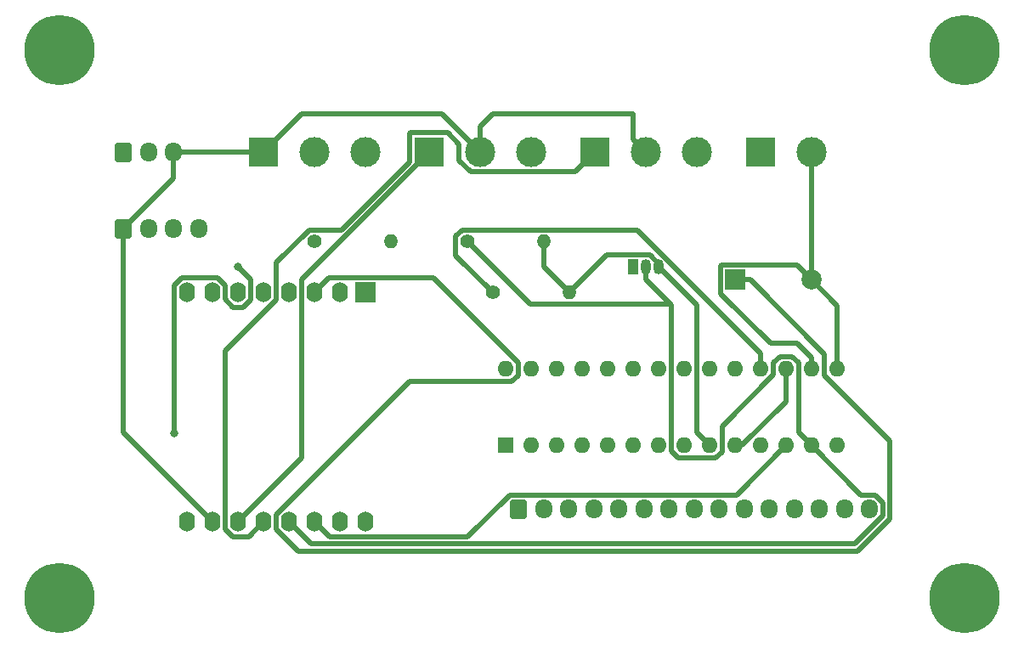
<source format=gbr>
%TF.GenerationSoftware,KiCad,Pcbnew,(5.1.7)-1*%
%TF.CreationDate,2021-05-08T17:47:48+02:00*%
%TF.ProjectId,tankwaechter,74616e6b-7761-4656-9368-7465722e6b69,rev?*%
%TF.SameCoordinates,Original*%
%TF.FileFunction,Copper,L2,Bot*%
%TF.FilePolarity,Positive*%
%FSLAX46Y46*%
G04 Gerber Fmt 4.6, Leading zero omitted, Abs format (unit mm)*
G04 Created by KiCad (PCBNEW (5.1.7)-1) date 2021-05-08 17:47:48*
%MOMM*%
%LPD*%
G01*
G04 APERTURE LIST*
%TA.AperFunction,ComponentPad*%
%ADD10O,1.600000X1.600000*%
%TD*%
%TA.AperFunction,ComponentPad*%
%ADD11R,1.600000X1.600000*%
%TD*%
%TA.AperFunction,ComponentPad*%
%ADD12O,1.400000X1.400000*%
%TD*%
%TA.AperFunction,ComponentPad*%
%ADD13C,1.400000*%
%TD*%
%TA.AperFunction,ComponentPad*%
%ADD14C,3.000000*%
%TD*%
%TA.AperFunction,ComponentPad*%
%ADD15R,3.000000X3.000000*%
%TD*%
%TA.AperFunction,ComponentPad*%
%ADD16O,1.700000X1.950000*%
%TD*%
%TA.AperFunction,ComponentPad*%
%ADD17C,2.000000*%
%TD*%
%TA.AperFunction,ComponentPad*%
%ADD18R,2.000000X2.000000*%
%TD*%
%TA.AperFunction,ComponentPad*%
%ADD19R,1.050000X1.500000*%
%TD*%
%TA.AperFunction,ComponentPad*%
%ADD20O,1.050000X1.500000*%
%TD*%
%TA.AperFunction,ComponentPad*%
%ADD21O,1.600000X2.000000*%
%TD*%
%TA.AperFunction,ViaPad*%
%ADD22C,5.500000*%
%TD*%
%TA.AperFunction,ViaPad*%
%ADD23C,7.000000*%
%TD*%
%TA.AperFunction,ViaPad*%
%ADD24C,0.800000*%
%TD*%
%TA.AperFunction,Conductor*%
%ADD25C,0.500000*%
%TD*%
G04 APERTURE END LIST*
D10*
%TO.P,MCP23017,28*%
%TO.N,Net-(J6-Pad15)*%
X62230000Y-166370000D03*
%TO.P,MCP23017,14*%
%TO.N,Net-(MCP23017-Pad14)*%
X95250000Y-173990000D03*
%TO.P,MCP23017,27*%
%TO.N,Net-(J6-Pad14)*%
X64770000Y-166370000D03*
%TO.P,MCP23017,13*%
%TO.N,/SDA*%
X92710000Y-173990000D03*
%TO.P,MCP23017,26*%
%TO.N,Net-(J6-Pad13)*%
X67310000Y-166370000D03*
%TO.P,MCP23017,12*%
%TO.N,/SCL*%
X90170000Y-173990000D03*
%TO.P,MCP23017,25*%
%TO.N,Net-(J6-Pad12)*%
X69850000Y-166370000D03*
%TO.P,MCP23017,11*%
%TO.N,Net-(MCP23017-Pad11)*%
X87630000Y-173990000D03*
%TO.P,MCP23017,24*%
%TO.N,Net-(J6-Pad11)*%
X72390000Y-166370000D03*
%TO.P,MCP23017,10*%
%TO.N,/GND*%
X85090000Y-173990000D03*
%TO.P,MCP23017,23*%
%TO.N,Net-(J6-Pad10)*%
X74930000Y-166370000D03*
%TO.P,MCP23017,9*%
%TO.N,/3\u002C3V*%
X82550000Y-173990000D03*
%TO.P,MCP23017,22*%
%TO.N,Net-(J6-Pad9)*%
X77470000Y-166370000D03*
%TO.P,MCP23017,8*%
%TO.N,Net-(J6-Pad7)*%
X80010000Y-173990000D03*
%TO.P,MCP23017,21*%
%TO.N,Net-(J6-Pad8)*%
X80010000Y-166370000D03*
%TO.P,MCP23017,7*%
%TO.N,Net-(J6-Pad6)*%
X77470000Y-173990000D03*
%TO.P,MCP23017,20*%
%TO.N,Net-(MCP23017-Pad20)*%
X82550000Y-166370000D03*
%TO.P,MCP23017,6*%
%TO.N,Net-(J6-Pad5)*%
X74930000Y-173990000D03*
%TO.P,MCP23017,19*%
%TO.N,Net-(MCP23017-Pad19)*%
X85090000Y-166370000D03*
%TO.P,MCP23017,5*%
%TO.N,Net-(J6-Pad4)*%
X72390000Y-173990000D03*
%TO.P,MCP23017,18*%
%TO.N,Net-(MCP23017-Pad18)*%
X87630000Y-166370000D03*
%TO.P,MCP23017,4*%
%TO.N,Net-(J6-Pad3)*%
X69850000Y-173990000D03*
%TO.P,MCP23017,17*%
%TO.N,/GND*%
X90170000Y-166370000D03*
%TO.P,MCP23017,3*%
%TO.N,Net-(J6-Pad2)*%
X67310000Y-173990000D03*
%TO.P,MCP23017,16*%
%TO.N,/GND*%
X92710000Y-166370000D03*
%TO.P,MCP23017,2*%
%TO.N,Net-(J6-Pad1)*%
X64770000Y-173990000D03*
%TO.P,MCP23017,15*%
%TO.N,/GND*%
X95250000Y-166370000D03*
D11*
%TO.P,MCP23017,1*%
%TO.N,Net-(MCP23017-Pad1)*%
X62230000Y-173990000D03*
%TD*%
D12*
%TO.P,R3,2*%
%TO.N,/3\u002C3V*%
X68580000Y-158750000D03*
D13*
%TO.P,R3,1*%
%TO.N,Net-(MCP23017-Pad18)*%
X60960000Y-158750000D03*
%TD*%
D12*
%TO.P,R2,2*%
%TO.N,/3\u002C3V*%
X66040000Y-153670000D03*
D13*
%TO.P,R2,1*%
%TO.N,/SDA*%
X58420000Y-153670000D03*
%TD*%
D12*
%TO.P,R1,2*%
%TO.N,/3\u002C3V*%
X50800000Y-153670000D03*
D13*
%TO.P,R1,1*%
%TO.N,/SDA*%
X43180000Y-153670000D03*
%TD*%
D14*
%TO.P,Taster1,2*%
%TO.N,/GND*%
X92710000Y-144780000D03*
D15*
%TO.P,Taster1,1*%
%TO.N,Net-(MCP23017-Pad1)*%
X87630000Y-144780000D03*
%TD*%
D16*
%TO.P,J6,15*%
%TO.N,Net-(J6-Pad15)*%
X98500000Y-180340000D03*
%TO.P,J6,14*%
%TO.N,Net-(J6-Pad14)*%
X96000000Y-180340000D03*
%TO.P,J6,13*%
%TO.N,Net-(J6-Pad13)*%
X93500000Y-180340000D03*
%TO.P,J6,12*%
%TO.N,Net-(J6-Pad12)*%
X91000000Y-180340000D03*
%TO.P,J6,11*%
%TO.N,Net-(J6-Pad11)*%
X88500000Y-180340000D03*
%TO.P,J6,10*%
%TO.N,Net-(J6-Pad10)*%
X86000000Y-180340000D03*
%TO.P,J6,9*%
%TO.N,Net-(J6-Pad9)*%
X83500000Y-180340000D03*
%TO.P,J6,8*%
%TO.N,Net-(J6-Pad8)*%
X81000000Y-180340000D03*
%TO.P,J6,7*%
%TO.N,Net-(J6-Pad7)*%
X78500000Y-180340000D03*
%TO.P,J6,6*%
%TO.N,Net-(J6-Pad6)*%
X76000000Y-180340000D03*
%TO.P,J6,5*%
%TO.N,Net-(J6-Pad5)*%
X73500000Y-180340000D03*
%TO.P,J6,4*%
%TO.N,Net-(J6-Pad4)*%
X71000000Y-180340000D03*
%TO.P,J6,3*%
%TO.N,Net-(J6-Pad3)*%
X68500000Y-180340000D03*
%TO.P,J6,2*%
%TO.N,Net-(J6-Pad2)*%
X66000000Y-180340000D03*
%TO.P,J6,1*%
%TO.N,Net-(J6-Pad1)*%
%TA.AperFunction,ComponentPad*%
G36*
G01*
X62650000Y-181065000D02*
X62650000Y-179615000D01*
G75*
G02*
X62900000Y-179365000I250000J0D01*
G01*
X64100000Y-179365000D01*
G75*
G02*
X64350000Y-179615000I0J-250000D01*
G01*
X64350000Y-181065000D01*
G75*
G02*
X64100000Y-181315000I-250000J0D01*
G01*
X62900000Y-181315000D01*
G75*
G02*
X62650000Y-181065000I0J250000D01*
G01*
G37*
%TD.AperFunction*%
%TD*%
%TO.P,Spannungsmessung1,3*%
%TO.N,/GND*%
X29130000Y-144780000D03*
%TO.P,Spannungsmessung1,2*%
%TO.N,/5V*%
X26630000Y-144780000D03*
%TO.P,Spannungsmessung1,1*%
%TO.N,/A0*%
%TA.AperFunction,ComponentPad*%
G36*
G01*
X23280000Y-145505000D02*
X23280000Y-144055000D01*
G75*
G02*
X23530000Y-143805000I250000J0D01*
G01*
X24730000Y-143805000D01*
G75*
G02*
X24980000Y-144055000I0J-250000D01*
G01*
X24980000Y-145505000D01*
G75*
G02*
X24730000Y-145755000I-250000J0D01*
G01*
X23530000Y-145755000D01*
G75*
G02*
X23280000Y-145505000I0J250000D01*
G01*
G37*
%TD.AperFunction*%
%TD*%
%TO.P,Display1,4*%
%TO.N,/SCL*%
X31630000Y-152400000D03*
%TO.P,Display1,3*%
%TO.N,/SDA*%
X29130000Y-152400000D03*
%TO.P,Display1,2*%
%TO.N,/5V*%
X26630000Y-152400000D03*
%TO.P,Display1,1*%
%TO.N,/GND*%
%TA.AperFunction,ComponentPad*%
G36*
G01*
X23280000Y-153125000D02*
X23280000Y-151675000D01*
G75*
G02*
X23530000Y-151425000I250000J0D01*
G01*
X24730000Y-151425000D01*
G75*
G02*
X24980000Y-151675000I0J-250000D01*
G01*
X24980000Y-153125000D01*
G75*
G02*
X24730000Y-153375000I-250000J0D01*
G01*
X23530000Y-153375000D01*
G75*
G02*
X23280000Y-153125000I0J250000D01*
G01*
G37*
%TD.AperFunction*%
%TD*%
D14*
%TO.P,Kuehlen1,3*%
%TO.N,/3\u002C3V*%
X81280000Y-144780000D03*
%TO.P,Kuehlen1,2*%
%TO.N,/GND*%
X76200000Y-144780000D03*
D15*
%TO.P,Kuehlen1,1*%
%TO.N,/D3*%
X71120000Y-144780000D03*
%TD*%
D14*
%TO.P,Spuelen1,3*%
%TO.N,/3\u002C3V*%
X64770000Y-144780000D03*
%TO.P,Spuelen1,2*%
%TO.N,/GND*%
X59690000Y-144780000D03*
D15*
%TO.P,Spuelen1,1*%
%TO.N,/D4*%
X54610000Y-144780000D03*
%TD*%
D14*
%TO.P,MilchTemp1,3*%
%TO.N,/3\u002C3V*%
X48260000Y-144780000D03*
%TO.P,MilchTemp1,2*%
%TO.N,/SDA*%
X43180000Y-144780000D03*
D15*
%TO.P,MilchTemp1,1*%
%TO.N,/GND*%
X38100000Y-144780000D03*
%TD*%
D17*
%TO.P,Piezo1,2*%
%TO.N,/GND*%
X92690000Y-157480000D03*
D18*
%TO.P,Piezo1,1*%
%TO.N,Net-(Piezo1-Pad1)*%
X85090000Y-157480000D03*
%TD*%
D19*
%TO.P,DS18B20,1*%
%TO.N,/GND*%
X74930000Y-156210000D03*
D20*
%TO.P,DS18B20,3*%
%TO.N,/3\u002C3V*%
X77470000Y-156210000D03*
%TO.P,DS18B20,2*%
%TO.N,/SDA*%
X76200000Y-156210000D03*
%TD*%
D21*
%TO.P,WeMosD1Mini1,16*%
%TO.N,Net-(WeMosD1Mini1-Pad16)*%
X48260000Y-181610000D03*
%TO.P,WeMosD1Mini1,15*%
%TO.N,Net-(WeMosD1Mini1-Pad15)*%
X45720000Y-181610000D03*
%TO.P,WeMosD1Mini1,14*%
%TO.N,/SCL*%
X43180000Y-181610000D03*
%TO.P,WeMosD1Mini1,13*%
%TO.N,/SDA*%
X40640000Y-181610000D03*
%TO.P,WeMosD1Mini1,12*%
%TO.N,/D3*%
X38100000Y-181610000D03*
%TO.P,WeMosD1Mini1,11*%
%TO.N,/D4*%
X35560000Y-181610000D03*
%TO.P,WeMosD1Mini1,10*%
%TO.N,/GND*%
X33020000Y-181610000D03*
%TO.P,WeMosD1Mini1,9*%
%TO.N,/5V*%
X30480000Y-181610000D03*
%TO.P,WeMosD1Mini1,8*%
%TO.N,/3\u002C3V*%
X30480000Y-158750000D03*
%TO.P,WeMosD1Mini1,7*%
%TO.N,Net-(WeMosD1Mini1-Pad7)*%
X33020000Y-158750000D03*
%TO.P,WeMosD1Mini1,6*%
%TO.N,Net-(WeMosD1Mini1-Pad6)*%
X35560000Y-158750000D03*
%TO.P,WeMosD1Mini1,5*%
%TO.N,Net-(WeMosD1Mini1-Pad5)*%
X38100000Y-158750000D03*
%TO.P,WeMosD1Mini1,4*%
%TO.N,Net-(WeMosD1Mini1-Pad4)*%
X40640000Y-158750000D03*
%TO.P,WeMosD1Mini1,3*%
%TO.N,Net-(Piezo1-Pad1)*%
X43180000Y-158750000D03*
D18*
%TO.P,WeMosD1Mini1,1*%
%TO.N,Net-(WeMosD1Mini1-Pad1)*%
X48260000Y-158750000D03*
D21*
%TO.P,WeMosD1Mini1,2*%
%TO.N,/A0*%
X45720000Y-158750000D03*
%TD*%
D22*
%TO.N,*%
X17780000Y-189230000D03*
X107950000Y-189230000D03*
X17780000Y-134620000D03*
X107950000Y-134620000D03*
D23*
X107950000Y-134620000D03*
X107950000Y-189230000D03*
X17780000Y-189230000D03*
X17780000Y-134620000D03*
D24*
%TO.N,/SCL*%
X35560000Y-156210000D03*
X29229990Y-172739990D03*
%TD*%
D25*
%TO.N,/SCL*%
X62610044Y-178914990D02*
X58420000Y-183105034D01*
X85245010Y-178914990D02*
X62610044Y-178914990D01*
X90170000Y-173990000D02*
X85245010Y-178914990D01*
X44675034Y-183105034D02*
X43180000Y-181610000D01*
X58420000Y-183105034D02*
X44675034Y-183105034D01*
X33537771Y-157299990D02*
X29962229Y-157299990D01*
X34270010Y-159427791D02*
X34270010Y-158032229D01*
X35042229Y-160200010D02*
X34270010Y-159427791D01*
X36077771Y-160200010D02*
X35042229Y-160200010D01*
X29229990Y-158032229D02*
X29229990Y-172739990D01*
X36810010Y-159467771D02*
X36077771Y-160200010D01*
X29962229Y-157299990D02*
X29229990Y-158032229D01*
X36810010Y-157460010D02*
X36810010Y-159467771D01*
X34270010Y-158032229D02*
X33537771Y-157299990D01*
X35560000Y-156210000D02*
X36810010Y-157460010D01*
X29229990Y-172739990D02*
X29229990Y-172739990D01*
%TO.N,/SDA*%
X42835044Y-183805044D02*
X40640000Y-181610000D01*
X96998447Y-183805044D02*
X42835044Y-183805044D01*
X99800010Y-181003481D02*
X96998447Y-183805044D01*
X99800010Y-179676519D02*
X99800010Y-181003481D01*
X99038481Y-178914990D02*
X99800010Y-179676519D01*
X97634990Y-178914990D02*
X99038481Y-178914990D01*
X92710000Y-173990000D02*
X97634990Y-178914990D01*
X76200000Y-157460000D02*
X76200000Y-156210000D01*
X78720001Y-159980001D02*
X76200000Y-157460000D01*
X83800001Y-174590001D02*
X83150001Y-175240001D01*
X83800001Y-172050001D02*
X83800001Y-174590001D01*
X83150001Y-175240001D02*
X79409999Y-175240001D01*
X88919999Y-166930003D02*
X83800001Y-172050001D01*
X88919999Y-165769999D02*
X88919999Y-166930003D01*
X79409999Y-175240001D02*
X78720001Y-174550003D01*
X89569999Y-165119999D02*
X88919999Y-165769999D01*
X90770001Y-165119999D02*
X89569999Y-165119999D01*
X91420001Y-165769999D02*
X90770001Y-165119999D01*
X91420001Y-172700001D02*
X91420001Y-165769999D01*
X92710000Y-173990000D02*
X91420001Y-172700001D01*
X78580003Y-159900001D02*
X78720001Y-160039999D01*
X64650001Y-159900001D02*
X78580003Y-159900001D01*
X58420000Y-153670000D02*
X64650001Y-159900001D01*
X78720001Y-160039999D02*
X78720001Y-159980001D01*
X78720001Y-174550003D02*
X78720001Y-160039999D01*
%TO.N,/D3*%
X69169999Y-146730001D02*
X71120000Y-144780000D01*
X56470001Y-142829999D02*
X57578046Y-143938044D01*
X58753999Y-146730001D02*
X69169999Y-146730001D01*
X52749999Y-142829999D02*
X56470001Y-142829999D01*
X52659999Y-145740039D02*
X52659999Y-142919999D01*
X45880039Y-152519999D02*
X52659999Y-145740039D01*
X42627999Y-152519999D02*
X45880039Y-152519999D01*
X57578046Y-143938044D02*
X57578046Y-145554048D01*
X39389990Y-155758008D02*
X42627999Y-152519999D01*
X52659999Y-142919999D02*
X52749999Y-142829999D01*
X39389990Y-159467771D02*
X39389990Y-155758008D01*
X34309990Y-164547771D02*
X39389990Y-159467771D01*
X34309990Y-182327771D02*
X34309990Y-164547771D01*
X57578046Y-145554048D02*
X58753999Y-146730001D01*
X35042229Y-183060010D02*
X34309990Y-182327771D01*
X36649990Y-183060010D02*
X35042229Y-183060010D01*
X38100000Y-181610000D02*
X36649990Y-183060010D01*
%TO.N,/D4*%
X41929990Y-157460010D02*
X54610000Y-144780000D01*
X41929990Y-175240010D02*
X41929990Y-157460010D01*
X35560000Y-181610000D02*
X41929990Y-175240010D01*
%TO.N,/GND*%
X88629998Y-163830000D02*
X91301370Y-163830000D01*
X83639999Y-158840001D02*
X88629998Y-163830000D01*
X91301370Y-163830000D02*
X92710000Y-165238630D01*
X83639999Y-156119999D02*
X83639999Y-158840001D01*
X83729999Y-156029999D02*
X83639999Y-156119999D01*
X92710000Y-165238630D02*
X92710000Y-166370000D01*
X91239999Y-156029999D02*
X83729999Y-156029999D01*
X92690000Y-157480000D02*
X91239999Y-156029999D01*
X85779998Y-173990000D02*
X85090000Y-173990000D01*
X90170000Y-169599998D02*
X85779998Y-173990000D01*
X90170000Y-166370000D02*
X90170000Y-169599998D01*
X95250000Y-160040000D02*
X92690000Y-157480000D01*
X95250000Y-166370000D02*
X95250000Y-160040000D01*
X92710000Y-157460000D02*
X92690000Y-157480000D01*
X92710000Y-144780000D02*
X92710000Y-157460000D01*
X59690000Y-144780000D02*
X59690000Y-142240000D01*
X59690000Y-142240000D02*
X60960000Y-140970000D01*
X60960000Y-140970000D02*
X74930000Y-140970000D01*
X74930000Y-143510000D02*
X76200000Y-144780000D01*
X74930000Y-140970000D02*
X74930000Y-143510000D01*
X59690000Y-144780000D02*
X55880000Y-140970000D01*
X41910000Y-140970000D02*
X38100000Y-144780000D01*
X55880000Y-140970000D02*
X41910000Y-140970000D01*
X38100000Y-144780000D02*
X29130000Y-144780000D01*
X29130000Y-147400000D02*
X24130000Y-152400000D01*
X29130000Y-144780000D02*
X29130000Y-147400000D01*
X24130000Y-172720000D02*
X33020000Y-181610000D01*
X24130000Y-152400000D02*
X24130000Y-172720000D01*
%TO.N,/3\u002C3V*%
X81260001Y-160000001D02*
X77470000Y-156210000D01*
X81260001Y-172700001D02*
X81260001Y-160000001D01*
X82550000Y-173990000D02*
X81260001Y-172700001D01*
X76603862Y-155009990D02*
X77470000Y-155876128D01*
X77470000Y-155876128D02*
X77470000Y-156210000D01*
X72320010Y-155009990D02*
X76603862Y-155009990D01*
X68580000Y-158750000D02*
X72320010Y-155009990D01*
X66040000Y-156210000D02*
X68580000Y-158750000D01*
X66040000Y-153670000D02*
X66040000Y-156210000D01*
%TO.N,Net-(Piezo1-Pad1)*%
X44630010Y-157299990D02*
X43180000Y-158750000D01*
X63480001Y-165769999D02*
X55009992Y-157299990D01*
X62830001Y-167620001D02*
X63480001Y-166970001D01*
X52662218Y-167620001D02*
X62830001Y-167620001D01*
X39389990Y-180892229D02*
X52662218Y-167620001D01*
X41567273Y-184505054D02*
X39389990Y-182327771D01*
X97288400Y-184505054D02*
X41567273Y-184505054D01*
X100500020Y-181293434D02*
X97288400Y-184505054D01*
X63480001Y-166970001D02*
X63480001Y-165769999D01*
X100500020Y-173510020D02*
X100500020Y-181293434D01*
X93960001Y-166970001D02*
X100500020Y-173510020D01*
X55009992Y-157299990D02*
X44630010Y-157299990D01*
X93960001Y-164850001D02*
X93960001Y-166970001D01*
X86590000Y-157480000D02*
X93960001Y-164850001D01*
X39389990Y-182327771D02*
X39389990Y-180892229D01*
X85090000Y-157480000D02*
X86590000Y-157480000D01*
%TO.N,Net-(MCP23017-Pad18)*%
X87630000Y-164766128D02*
X87630000Y-166370000D01*
X75383871Y-152519999D02*
X87630000Y-164766128D01*
X57269999Y-153117999D02*
X57867999Y-152519999D01*
X57867999Y-152519999D02*
X75383871Y-152519999D01*
X57269999Y-155059999D02*
X57269999Y-153117999D01*
X60960000Y-158750000D02*
X57269999Y-155059999D01*
%TD*%
M02*

</source>
